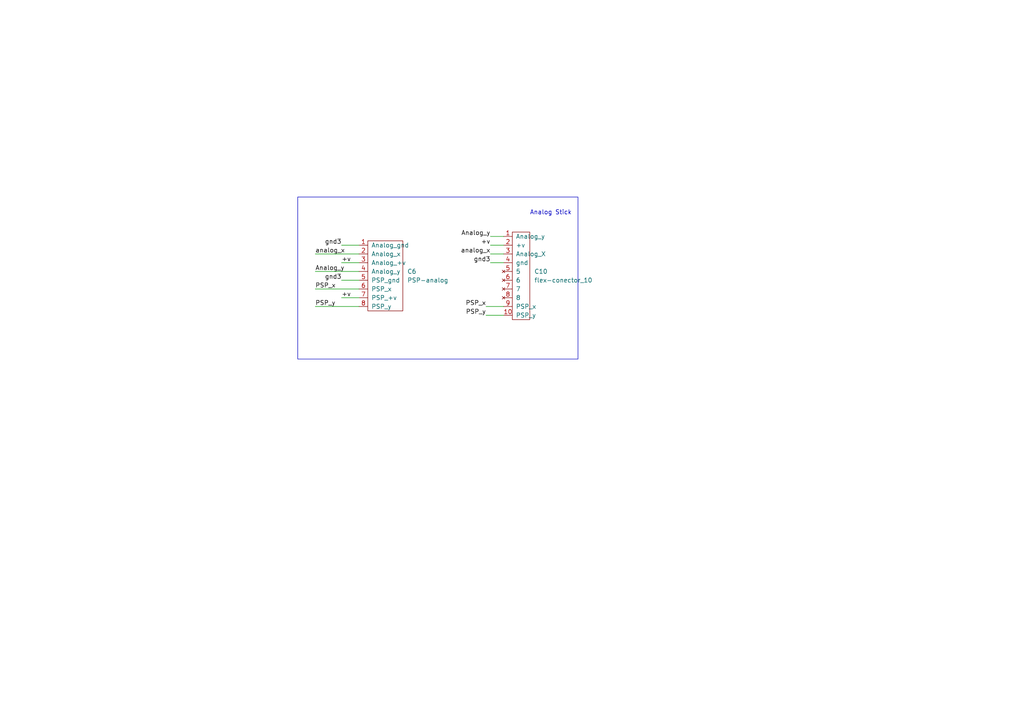
<source format=kicad_sch>
(kicad_sch (version 20231120) (generator "eeschema") (generator_version "8.0")
  (paper "A4")
  (lib_symbols
    (symbol "consolizer:PSP-Analog-FFC-Male" (pin_names (offset 1.016))
      (property "Reference" "C" (at 0 2.54 0))
      (property "Value" "flex-conector_10" (at 0 5.08 0))
      (symbol "PSP-Analog-FFC-Male_0_1"
        (rectangle (start -2.54 -2.54) (end 2.54 -27.94))
      )
      (symbol "PSP-Analog-FFC-Male_1_1"
        (pin input line (at -5.08 -3.81 0) (length 2.54) (name "Analog_y") (number "1"))
        (pin input line (at -5.08 -26.67 0) (length 2.54) (name "PSP_y") (number "10"))
        (pin input line (at -5.08 -6.35 0) (length 2.54) (name "+v") (number "2"))
        (pin input line (at -5.08 -8.89 0) (length 2.54) (name "Analog_X") (number "3"))
        (pin input line (at -5.08 -11.43 0) (length 2.54) (name "gnd") (number "4"))
        (pin no_connect line (at -5.08 -13.97 0) (length 2.54) (name "5") (number "5"))
        (pin no_connect line (at -5.08 -16.51 0) (length 2.54) (name "6") (number "6"))
        (pin no_connect line (at -5.08 -19.05 0) (length 2.54) (name "7") (number "7"))
        (pin no_connect line (at -5.08 -21.59 0) (length 2.54) (name "8") (number "8"))
        (pin input line (at -5.08 -24.13 0) (length 2.54) (name "PSP_x") (number "9"))
      )
    )
    (symbol "consolizer:PSP-analog" (pin_names (offset 1.016))
      (property "Reference" "C" (at 0 2.54 0))
      (property "Value" "PSP-analog" (at 0 5.08 0))
      (symbol "PSP-analog_0_1"
        (rectangle (start -2.54 -2.54) (end 7.62 -22.86))
      )
      (symbol "PSP-analog_1_1"
        (pin input line (at -5.08 -3.81 0) (length 2.54) (name "Analog_gnd") (number "1"))
        (pin input line (at -5.08 -6.35 0) (length 2.54) (name "Analog_x") (number "2"))
        (pin input line (at -5.08 -8.89 0) (length 2.54) (name "Analog_+v") (number "3"))
        (pin input line (at -5.08 -11.43 0) (length 2.54) (name "Analog_y") (number "4"))
        (pin input line (at -5.08 -13.97 0) (length 2.54) (name "PSP_gnd") (number "5"))
        (pin input line (at -5.08 -16.51 0) (length 2.54) (name "PSP_x") (number "6"))
        (pin input line (at -5.08 -19.05 0) (length 2.54) (name "PSP_+v") (number "7"))
        (pin input line (at -5.08 -21.59 0) (length 2.54) (name "PSP_y") (number "8"))
      )
    )
  )
  (wire (pts (xy 142.24 76.2) (xy 146.05 76.2)))
  (wire (pts (xy 142.24 71.12) (xy 146.05 71.12)))
  (wire (pts (xy 91.44 73.66) (xy 104.14 73.66)))
  (wire (pts (xy 99.06 76.2) (xy 104.14 76.2)))
  (wire (pts (xy 140.97 88.9) (xy 146.05 88.9)))
  (wire (pts (xy 91.44 88.9) (xy 104.14 88.9)))
  (wire (pts (xy 99.06 71.12) (xy 104.14 71.12)))
  (wire (pts (xy 140.97 91.44) (xy 146.05 91.44)))
  (wire (pts (xy 91.44 78.74) (xy 104.14 78.74)))
  (wire (pts (xy 142.24 73.66) (xy 146.05 73.66)))
  (wire (pts (xy 99.06 81.28) (xy 104.14 81.28)))
  (wire (pts (xy 142.24 68.58) (xy 146.05 68.58)))
  (wire (pts (xy 91.44 83.82) (xy 104.14 83.82)))
  (wire (pts (xy 99.06 86.36) (xy 104.14 86.36)))
  (rectangle (start 86.36 57.15) (end 167.64 104.14))
  (text "Analog Stick" (at 153.67 62.484 0) (effects (font (size 1.27 1.27)) (justify left bottom)))
  (label "Analog_y" (at 142.24 68.58 180))
  (label "gnd3" (at 142.24 76.2 180))
  (label "gnd3" (at 99.06 81.28 180))
  (label "analog_x" (at 91.44 73.66 0))
  (label "PSP_x" (at 91.44 83.82 0))
  (label "PSP_y" (at 140.97 91.44 180))
  (label "+v" (at 99.06 86.36 0))
  (label "+v" (at 99.06 76.2 0))
  (label "Analog_y" (at 91.44 78.74 0))
  (label "gnd3" (at 99.06 71.12 180))
  (label "PSP_x" (at 140.97 88.9 180))
  (label "+v" (at 142.24 71.12 180))
  (label "PSP_y" (at 91.44 88.9 0))
  (label "analog_x" (at 142.24 73.66 180))
  (symbol (lib_id "consolizer:PSP-Analog-FFC-Male") (at 151.13 64.77 0) (unit 1)
    (property "Reference" "C10" (at 154.94 78.7399 0) (effects (justify left)))
    (property "Value" "flex-conector_10" (at 154.94 81.2799 0) (effects (justify left)))
    (property "Footprint" "consolizer:flex_long_10" (effects (hide yes)))
  )
  (symbol (lib_id "consolizer:PSP-analog") (at 109.22 67.31 0) (unit 1)
    (property "Reference" "C6" (at 118.11 78.7399 0) (effects (justify left)))
    (property "Value" "PSP-analog" (at 118.11 81.2799 0) (effects (justify left)))
    (property "Footprint" "consolizer:PSP-analog" (effects (hide yes)))
  )
)
</source>
